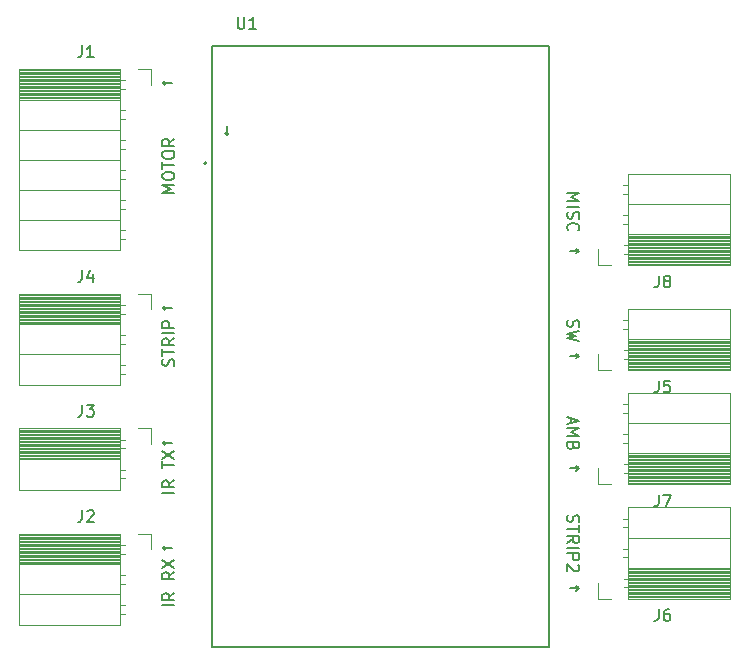
<source format=gbr>
%TF.GenerationSoftware,KiCad,Pcbnew,7.0.5-0*%
%TF.CreationDate,2023-07-19T18:28:51-07:00*%
%TF.ProjectId,tasty-totem-board,74617374-792d-4746-9f74-656d2d626f61,0.1*%
%TF.SameCoordinates,Original*%
%TF.FileFunction,Legend,Top*%
%TF.FilePolarity,Positive*%
%FSLAX46Y46*%
G04 Gerber Fmt 4.6, Leading zero omitted, Abs format (unit mm)*
G04 Created by KiCad (PCBNEW 7.0.5-0) date 2023-07-19 18:28:51*
%MOMM*%
%LPD*%
G01*
G04 APERTURE LIST*
%ADD10C,0.150000*%
%ADD11C,0.120000*%
%ADD12C,0.127000*%
%ADD13C,0.200000*%
G04 APERTURE END LIST*
D10*
X151641133Y-65741779D02*
X151641133Y-66503684D01*
X151450657Y-66313207D02*
X151641133Y-66503684D01*
X151641133Y-66503684D02*
X151831609Y-66313207D01*
X180676779Y-104898866D02*
X181438684Y-104898866D01*
X181248207Y-105089342D02*
X181438684Y-104898866D01*
X181438684Y-104898866D02*
X181248207Y-104708390D01*
X180676779Y-94738866D02*
X181438684Y-94738866D01*
X181248207Y-94929342D02*
X181438684Y-94738866D01*
X181438684Y-94738866D02*
X181248207Y-94548390D01*
X180676779Y-85213866D02*
X181438684Y-85213866D01*
X181248207Y-85404342D02*
X181438684Y-85213866D01*
X181438684Y-85213866D02*
X181248207Y-85023390D01*
X180676779Y-76323866D02*
X181438684Y-76323866D01*
X181248207Y-76514342D02*
X181438684Y-76323866D01*
X181438684Y-76323866D02*
X181248207Y-76133390D01*
X180517800Y-98714160D02*
X180470180Y-98857017D01*
X180470180Y-98857017D02*
X180470180Y-99095112D01*
X180470180Y-99095112D02*
X180517800Y-99190350D01*
X180517800Y-99190350D02*
X180565419Y-99237969D01*
X180565419Y-99237969D02*
X180660657Y-99285588D01*
X180660657Y-99285588D02*
X180755895Y-99285588D01*
X180755895Y-99285588D02*
X180851133Y-99237969D01*
X180851133Y-99237969D02*
X180898752Y-99190350D01*
X180898752Y-99190350D02*
X180946371Y-99095112D01*
X180946371Y-99095112D02*
X180993990Y-98904636D01*
X180993990Y-98904636D02*
X181041609Y-98809398D01*
X181041609Y-98809398D02*
X181089228Y-98761779D01*
X181089228Y-98761779D02*
X181184466Y-98714160D01*
X181184466Y-98714160D02*
X181279704Y-98714160D01*
X181279704Y-98714160D02*
X181374942Y-98761779D01*
X181374942Y-98761779D02*
X181422561Y-98809398D01*
X181422561Y-98809398D02*
X181470180Y-98904636D01*
X181470180Y-98904636D02*
X181470180Y-99142731D01*
X181470180Y-99142731D02*
X181422561Y-99285588D01*
X181470180Y-99571303D02*
X181470180Y-100142731D01*
X180470180Y-99857017D02*
X181470180Y-99857017D01*
X180470180Y-101047493D02*
X180946371Y-100714160D01*
X180470180Y-100476065D02*
X181470180Y-100476065D01*
X181470180Y-100476065D02*
X181470180Y-100857017D01*
X181470180Y-100857017D02*
X181422561Y-100952255D01*
X181422561Y-100952255D02*
X181374942Y-100999874D01*
X181374942Y-100999874D02*
X181279704Y-101047493D01*
X181279704Y-101047493D02*
X181136847Y-101047493D01*
X181136847Y-101047493D02*
X181041609Y-100999874D01*
X181041609Y-100999874D02*
X180993990Y-100952255D01*
X180993990Y-100952255D02*
X180946371Y-100857017D01*
X180946371Y-100857017D02*
X180946371Y-100476065D01*
X180470180Y-101476065D02*
X181470180Y-101476065D01*
X180470180Y-101952255D02*
X181470180Y-101952255D01*
X181470180Y-101952255D02*
X181470180Y-102333207D01*
X181470180Y-102333207D02*
X181422561Y-102428445D01*
X181422561Y-102428445D02*
X181374942Y-102476064D01*
X181374942Y-102476064D02*
X181279704Y-102523683D01*
X181279704Y-102523683D02*
X181136847Y-102523683D01*
X181136847Y-102523683D02*
X181041609Y-102476064D01*
X181041609Y-102476064D02*
X180993990Y-102428445D01*
X180993990Y-102428445D02*
X180946371Y-102333207D01*
X180946371Y-102333207D02*
X180946371Y-101952255D01*
X181374942Y-102904636D02*
X181422561Y-102952255D01*
X181422561Y-102952255D02*
X181470180Y-103047493D01*
X181470180Y-103047493D02*
X181470180Y-103285588D01*
X181470180Y-103285588D02*
X181422561Y-103380826D01*
X181422561Y-103380826D02*
X181374942Y-103428445D01*
X181374942Y-103428445D02*
X181279704Y-103476064D01*
X181279704Y-103476064D02*
X181184466Y-103476064D01*
X181184466Y-103476064D02*
X181041609Y-103428445D01*
X181041609Y-103428445D02*
X180470180Y-102857017D01*
X180470180Y-102857017D02*
X180470180Y-103476064D01*
X180755895Y-90459160D02*
X180755895Y-90935350D01*
X180470180Y-90363922D02*
X181470180Y-90697255D01*
X181470180Y-90697255D02*
X180470180Y-91030588D01*
X180470180Y-91363922D02*
X181470180Y-91363922D01*
X181470180Y-91363922D02*
X180755895Y-91697255D01*
X180755895Y-91697255D02*
X181470180Y-92030588D01*
X181470180Y-92030588D02*
X180470180Y-92030588D01*
X180993990Y-92840112D02*
X180946371Y-92982969D01*
X180946371Y-92982969D02*
X180898752Y-93030588D01*
X180898752Y-93030588D02*
X180803514Y-93078207D01*
X180803514Y-93078207D02*
X180660657Y-93078207D01*
X180660657Y-93078207D02*
X180565419Y-93030588D01*
X180565419Y-93030588D02*
X180517800Y-92982969D01*
X180517800Y-92982969D02*
X180470180Y-92887731D01*
X180470180Y-92887731D02*
X180470180Y-92506779D01*
X180470180Y-92506779D02*
X181470180Y-92506779D01*
X181470180Y-92506779D02*
X181470180Y-92840112D01*
X181470180Y-92840112D02*
X181422561Y-92935350D01*
X181422561Y-92935350D02*
X181374942Y-92982969D01*
X181374942Y-92982969D02*
X181279704Y-93030588D01*
X181279704Y-93030588D02*
X181184466Y-93030588D01*
X181184466Y-93030588D02*
X181089228Y-92982969D01*
X181089228Y-92982969D02*
X181041609Y-92935350D01*
X181041609Y-92935350D02*
X180993990Y-92840112D01*
X180993990Y-92840112D02*
X180993990Y-92506779D01*
X180517800Y-82204160D02*
X180470180Y-82347017D01*
X180470180Y-82347017D02*
X180470180Y-82585112D01*
X180470180Y-82585112D02*
X180517800Y-82680350D01*
X180517800Y-82680350D02*
X180565419Y-82727969D01*
X180565419Y-82727969D02*
X180660657Y-82775588D01*
X180660657Y-82775588D02*
X180755895Y-82775588D01*
X180755895Y-82775588D02*
X180851133Y-82727969D01*
X180851133Y-82727969D02*
X180898752Y-82680350D01*
X180898752Y-82680350D02*
X180946371Y-82585112D01*
X180946371Y-82585112D02*
X180993990Y-82394636D01*
X180993990Y-82394636D02*
X181041609Y-82299398D01*
X181041609Y-82299398D02*
X181089228Y-82251779D01*
X181089228Y-82251779D02*
X181184466Y-82204160D01*
X181184466Y-82204160D02*
X181279704Y-82204160D01*
X181279704Y-82204160D02*
X181374942Y-82251779D01*
X181374942Y-82251779D02*
X181422561Y-82299398D01*
X181422561Y-82299398D02*
X181470180Y-82394636D01*
X181470180Y-82394636D02*
X181470180Y-82632731D01*
X181470180Y-82632731D02*
X181422561Y-82775588D01*
X181470180Y-83108922D02*
X180470180Y-83347017D01*
X180470180Y-83347017D02*
X181184466Y-83537493D01*
X181184466Y-83537493D02*
X180470180Y-83727969D01*
X180470180Y-83727969D02*
X181470180Y-83966065D01*
X180470180Y-71456779D02*
X181470180Y-71456779D01*
X181470180Y-71456779D02*
X180755895Y-71790112D01*
X180755895Y-71790112D02*
X181470180Y-72123445D01*
X181470180Y-72123445D02*
X180470180Y-72123445D01*
X180470180Y-72599636D02*
X181470180Y-72599636D01*
X180517800Y-73028207D02*
X180470180Y-73171064D01*
X180470180Y-73171064D02*
X180470180Y-73409159D01*
X180470180Y-73409159D02*
X180517800Y-73504397D01*
X180517800Y-73504397D02*
X180565419Y-73552016D01*
X180565419Y-73552016D02*
X180660657Y-73599635D01*
X180660657Y-73599635D02*
X180755895Y-73599635D01*
X180755895Y-73599635D02*
X180851133Y-73552016D01*
X180851133Y-73552016D02*
X180898752Y-73504397D01*
X180898752Y-73504397D02*
X180946371Y-73409159D01*
X180946371Y-73409159D02*
X180993990Y-73218683D01*
X180993990Y-73218683D02*
X181041609Y-73123445D01*
X181041609Y-73123445D02*
X181089228Y-73075826D01*
X181089228Y-73075826D02*
X181184466Y-73028207D01*
X181184466Y-73028207D02*
X181279704Y-73028207D01*
X181279704Y-73028207D02*
X181374942Y-73075826D01*
X181374942Y-73075826D02*
X181422561Y-73123445D01*
X181422561Y-73123445D02*
X181470180Y-73218683D01*
X181470180Y-73218683D02*
X181470180Y-73456778D01*
X181470180Y-73456778D02*
X181422561Y-73599635D01*
X180565419Y-74599635D02*
X180517800Y-74552016D01*
X180517800Y-74552016D02*
X180470180Y-74409159D01*
X180470180Y-74409159D02*
X180470180Y-74313921D01*
X180470180Y-74313921D02*
X180517800Y-74171064D01*
X180517800Y-74171064D02*
X180613038Y-74075826D01*
X180613038Y-74075826D02*
X180708276Y-74028207D01*
X180708276Y-74028207D02*
X180898752Y-73980588D01*
X180898752Y-73980588D02*
X181041609Y-73980588D01*
X181041609Y-73980588D02*
X181232085Y-74028207D01*
X181232085Y-74028207D02*
X181327323Y-74075826D01*
X181327323Y-74075826D02*
X181422561Y-74171064D01*
X181422561Y-74171064D02*
X181470180Y-74313921D01*
X181470180Y-74313921D02*
X181470180Y-74409159D01*
X181470180Y-74409159D02*
X181422561Y-74552016D01*
X181422561Y-74552016D02*
X181374942Y-74599635D01*
X146983220Y-101476133D02*
X146221316Y-101476133D01*
X146411792Y-101285657D02*
X146221316Y-101476133D01*
X146221316Y-101476133D02*
X146411792Y-101666609D01*
X146983220Y-92586133D02*
X146221316Y-92586133D01*
X146411792Y-92395657D02*
X146221316Y-92586133D01*
X146221316Y-92586133D02*
X146411792Y-92776609D01*
X146983220Y-81156133D02*
X146221316Y-81156133D01*
X146411792Y-80965657D02*
X146221316Y-81156133D01*
X146221316Y-81156133D02*
X146411792Y-81346609D01*
X146983220Y-62106133D02*
X146221316Y-62106133D01*
X146411792Y-61915657D02*
X146221316Y-62106133D01*
X146221316Y-62106133D02*
X146411792Y-62296609D01*
X147189819Y-106343220D02*
X146189819Y-106343220D01*
X147189819Y-105295602D02*
X146713628Y-105628935D01*
X147189819Y-105867030D02*
X146189819Y-105867030D01*
X146189819Y-105867030D02*
X146189819Y-105486078D01*
X146189819Y-105486078D02*
X146237438Y-105390840D01*
X146237438Y-105390840D02*
X146285057Y-105343221D01*
X146285057Y-105343221D02*
X146380295Y-105295602D01*
X146380295Y-105295602D02*
X146523152Y-105295602D01*
X146523152Y-105295602D02*
X146618390Y-105343221D01*
X146618390Y-105343221D02*
X146666009Y-105390840D01*
X146666009Y-105390840D02*
X146713628Y-105486078D01*
X146713628Y-105486078D02*
X146713628Y-105867030D01*
X147189819Y-103533697D02*
X146713628Y-103867030D01*
X147189819Y-104105125D02*
X146189819Y-104105125D01*
X146189819Y-104105125D02*
X146189819Y-103724173D01*
X146189819Y-103724173D02*
X146237438Y-103628935D01*
X146237438Y-103628935D02*
X146285057Y-103581316D01*
X146285057Y-103581316D02*
X146380295Y-103533697D01*
X146380295Y-103533697D02*
X146523152Y-103533697D01*
X146523152Y-103533697D02*
X146618390Y-103581316D01*
X146618390Y-103581316D02*
X146666009Y-103628935D01*
X146666009Y-103628935D02*
X146713628Y-103724173D01*
X146713628Y-103724173D02*
X146713628Y-104105125D01*
X146189819Y-103200363D02*
X147189819Y-102533697D01*
X146189819Y-102533697D02*
X147189819Y-103200363D01*
X147189819Y-96818220D02*
X146189819Y-96818220D01*
X147189819Y-95770602D02*
X146713628Y-96103935D01*
X147189819Y-96342030D02*
X146189819Y-96342030D01*
X146189819Y-96342030D02*
X146189819Y-95961078D01*
X146189819Y-95961078D02*
X146237438Y-95865840D01*
X146237438Y-95865840D02*
X146285057Y-95818221D01*
X146285057Y-95818221D02*
X146380295Y-95770602D01*
X146380295Y-95770602D02*
X146523152Y-95770602D01*
X146523152Y-95770602D02*
X146618390Y-95818221D01*
X146618390Y-95818221D02*
X146666009Y-95865840D01*
X146666009Y-95865840D02*
X146713628Y-95961078D01*
X146713628Y-95961078D02*
X146713628Y-96342030D01*
X146189819Y-94722982D02*
X146189819Y-94151554D01*
X147189819Y-94437268D02*
X146189819Y-94437268D01*
X146189819Y-93913458D02*
X147189819Y-93246792D01*
X146189819Y-93246792D02*
X147189819Y-93913458D01*
X147142200Y-86070839D02*
X147189819Y-85927982D01*
X147189819Y-85927982D02*
X147189819Y-85689887D01*
X147189819Y-85689887D02*
X147142200Y-85594649D01*
X147142200Y-85594649D02*
X147094580Y-85547030D01*
X147094580Y-85547030D02*
X146999342Y-85499411D01*
X146999342Y-85499411D02*
X146904104Y-85499411D01*
X146904104Y-85499411D02*
X146808866Y-85547030D01*
X146808866Y-85547030D02*
X146761247Y-85594649D01*
X146761247Y-85594649D02*
X146713628Y-85689887D01*
X146713628Y-85689887D02*
X146666009Y-85880363D01*
X146666009Y-85880363D02*
X146618390Y-85975601D01*
X146618390Y-85975601D02*
X146570771Y-86023220D01*
X146570771Y-86023220D02*
X146475533Y-86070839D01*
X146475533Y-86070839D02*
X146380295Y-86070839D01*
X146380295Y-86070839D02*
X146285057Y-86023220D01*
X146285057Y-86023220D02*
X146237438Y-85975601D01*
X146237438Y-85975601D02*
X146189819Y-85880363D01*
X146189819Y-85880363D02*
X146189819Y-85642268D01*
X146189819Y-85642268D02*
X146237438Y-85499411D01*
X146189819Y-85213696D02*
X146189819Y-84642268D01*
X147189819Y-84927982D02*
X146189819Y-84927982D01*
X147189819Y-83737506D02*
X146713628Y-84070839D01*
X147189819Y-84308934D02*
X146189819Y-84308934D01*
X146189819Y-84308934D02*
X146189819Y-83927982D01*
X146189819Y-83927982D02*
X146237438Y-83832744D01*
X146237438Y-83832744D02*
X146285057Y-83785125D01*
X146285057Y-83785125D02*
X146380295Y-83737506D01*
X146380295Y-83737506D02*
X146523152Y-83737506D01*
X146523152Y-83737506D02*
X146618390Y-83785125D01*
X146618390Y-83785125D02*
X146666009Y-83832744D01*
X146666009Y-83832744D02*
X146713628Y-83927982D01*
X146713628Y-83927982D02*
X146713628Y-84308934D01*
X147189819Y-83308934D02*
X146189819Y-83308934D01*
X147189819Y-82832744D02*
X146189819Y-82832744D01*
X146189819Y-82832744D02*
X146189819Y-82451792D01*
X146189819Y-82451792D02*
X146237438Y-82356554D01*
X146237438Y-82356554D02*
X146285057Y-82308935D01*
X146285057Y-82308935D02*
X146380295Y-82261316D01*
X146380295Y-82261316D02*
X146523152Y-82261316D01*
X146523152Y-82261316D02*
X146618390Y-82308935D01*
X146618390Y-82308935D02*
X146666009Y-82356554D01*
X146666009Y-82356554D02*
X146713628Y-82451792D01*
X146713628Y-82451792D02*
X146713628Y-82832744D01*
X147189819Y-71418220D02*
X146189819Y-71418220D01*
X146189819Y-71418220D02*
X146904104Y-71084887D01*
X146904104Y-71084887D02*
X146189819Y-70751554D01*
X146189819Y-70751554D02*
X147189819Y-70751554D01*
X146189819Y-70084887D02*
X146189819Y-69894411D01*
X146189819Y-69894411D02*
X146237438Y-69799173D01*
X146237438Y-69799173D02*
X146332676Y-69703935D01*
X146332676Y-69703935D02*
X146523152Y-69656316D01*
X146523152Y-69656316D02*
X146856485Y-69656316D01*
X146856485Y-69656316D02*
X147046961Y-69703935D01*
X147046961Y-69703935D02*
X147142200Y-69799173D01*
X147142200Y-69799173D02*
X147189819Y-69894411D01*
X147189819Y-69894411D02*
X147189819Y-70084887D01*
X147189819Y-70084887D02*
X147142200Y-70180125D01*
X147142200Y-70180125D02*
X147046961Y-70275363D01*
X147046961Y-70275363D02*
X146856485Y-70322982D01*
X146856485Y-70322982D02*
X146523152Y-70322982D01*
X146523152Y-70322982D02*
X146332676Y-70275363D01*
X146332676Y-70275363D02*
X146237438Y-70180125D01*
X146237438Y-70180125D02*
X146189819Y-70084887D01*
X146189819Y-69370601D02*
X146189819Y-68799173D01*
X147189819Y-69084887D02*
X146189819Y-69084887D01*
X146189819Y-68275363D02*
X146189819Y-68084887D01*
X146189819Y-68084887D02*
X146237438Y-67989649D01*
X146237438Y-67989649D02*
X146332676Y-67894411D01*
X146332676Y-67894411D02*
X146523152Y-67846792D01*
X146523152Y-67846792D02*
X146856485Y-67846792D01*
X146856485Y-67846792D02*
X147046961Y-67894411D01*
X147046961Y-67894411D02*
X147142200Y-67989649D01*
X147142200Y-67989649D02*
X147189819Y-68084887D01*
X147189819Y-68084887D02*
X147189819Y-68275363D01*
X147189819Y-68275363D02*
X147142200Y-68370601D01*
X147142200Y-68370601D02*
X147046961Y-68465839D01*
X147046961Y-68465839D02*
X146856485Y-68513458D01*
X146856485Y-68513458D02*
X146523152Y-68513458D01*
X146523152Y-68513458D02*
X146332676Y-68465839D01*
X146332676Y-68465839D02*
X146237438Y-68370601D01*
X146237438Y-68370601D02*
X146189819Y-68275363D01*
X147189819Y-66846792D02*
X146713628Y-67180125D01*
X147189819Y-67418220D02*
X146189819Y-67418220D01*
X146189819Y-67418220D02*
X146189819Y-67037268D01*
X146189819Y-67037268D02*
X146237438Y-66942030D01*
X146237438Y-66942030D02*
X146285057Y-66894411D01*
X146285057Y-66894411D02*
X146380295Y-66846792D01*
X146380295Y-66846792D02*
X146523152Y-66846792D01*
X146523152Y-66846792D02*
X146618390Y-66894411D01*
X146618390Y-66894411D02*
X146666009Y-66942030D01*
X146666009Y-66942030D02*
X146713628Y-67037268D01*
X146713628Y-67037268D02*
X146713628Y-67418220D01*
%TO.C,J8*%
X188196666Y-78424819D02*
X188196666Y-79139104D01*
X188196666Y-79139104D02*
X188149047Y-79281961D01*
X188149047Y-79281961D02*
X188053809Y-79377200D01*
X188053809Y-79377200D02*
X187910952Y-79424819D01*
X187910952Y-79424819D02*
X187815714Y-79424819D01*
X188815714Y-78853390D02*
X188720476Y-78805771D01*
X188720476Y-78805771D02*
X188672857Y-78758152D01*
X188672857Y-78758152D02*
X188625238Y-78662914D01*
X188625238Y-78662914D02*
X188625238Y-78615295D01*
X188625238Y-78615295D02*
X188672857Y-78520057D01*
X188672857Y-78520057D02*
X188720476Y-78472438D01*
X188720476Y-78472438D02*
X188815714Y-78424819D01*
X188815714Y-78424819D02*
X189006190Y-78424819D01*
X189006190Y-78424819D02*
X189101428Y-78472438D01*
X189101428Y-78472438D02*
X189149047Y-78520057D01*
X189149047Y-78520057D02*
X189196666Y-78615295D01*
X189196666Y-78615295D02*
X189196666Y-78662914D01*
X189196666Y-78662914D02*
X189149047Y-78758152D01*
X189149047Y-78758152D02*
X189101428Y-78805771D01*
X189101428Y-78805771D02*
X189006190Y-78853390D01*
X189006190Y-78853390D02*
X188815714Y-78853390D01*
X188815714Y-78853390D02*
X188720476Y-78901009D01*
X188720476Y-78901009D02*
X188672857Y-78948628D01*
X188672857Y-78948628D02*
X188625238Y-79043866D01*
X188625238Y-79043866D02*
X188625238Y-79234342D01*
X188625238Y-79234342D02*
X188672857Y-79329580D01*
X188672857Y-79329580D02*
X188720476Y-79377200D01*
X188720476Y-79377200D02*
X188815714Y-79424819D01*
X188815714Y-79424819D02*
X189006190Y-79424819D01*
X189006190Y-79424819D02*
X189101428Y-79377200D01*
X189101428Y-79377200D02*
X189149047Y-79329580D01*
X189149047Y-79329580D02*
X189196666Y-79234342D01*
X189196666Y-79234342D02*
X189196666Y-79043866D01*
X189196666Y-79043866D02*
X189149047Y-78948628D01*
X189149047Y-78948628D02*
X189101428Y-78901009D01*
X189101428Y-78901009D02*
X189006190Y-78853390D01*
%TO.C,J7*%
X188196666Y-96964819D02*
X188196666Y-97679104D01*
X188196666Y-97679104D02*
X188149047Y-97821961D01*
X188149047Y-97821961D02*
X188053809Y-97917200D01*
X188053809Y-97917200D02*
X187910952Y-97964819D01*
X187910952Y-97964819D02*
X187815714Y-97964819D01*
X188577619Y-96964819D02*
X189244285Y-96964819D01*
X189244285Y-96964819D02*
X188815714Y-97964819D01*
%TO.C,J6*%
X188196666Y-106664819D02*
X188196666Y-107379104D01*
X188196666Y-107379104D02*
X188149047Y-107521961D01*
X188149047Y-107521961D02*
X188053809Y-107617200D01*
X188053809Y-107617200D02*
X187910952Y-107664819D01*
X187910952Y-107664819D02*
X187815714Y-107664819D01*
X189101428Y-106664819D02*
X188910952Y-106664819D01*
X188910952Y-106664819D02*
X188815714Y-106712438D01*
X188815714Y-106712438D02*
X188768095Y-106760057D01*
X188768095Y-106760057D02*
X188672857Y-106902914D01*
X188672857Y-106902914D02*
X188625238Y-107093390D01*
X188625238Y-107093390D02*
X188625238Y-107474342D01*
X188625238Y-107474342D02*
X188672857Y-107569580D01*
X188672857Y-107569580D02*
X188720476Y-107617200D01*
X188720476Y-107617200D02*
X188815714Y-107664819D01*
X188815714Y-107664819D02*
X189006190Y-107664819D01*
X189006190Y-107664819D02*
X189101428Y-107617200D01*
X189101428Y-107617200D02*
X189149047Y-107569580D01*
X189149047Y-107569580D02*
X189196666Y-107474342D01*
X189196666Y-107474342D02*
X189196666Y-107236247D01*
X189196666Y-107236247D02*
X189149047Y-107141009D01*
X189149047Y-107141009D02*
X189101428Y-107093390D01*
X189101428Y-107093390D02*
X189006190Y-107045771D01*
X189006190Y-107045771D02*
X188815714Y-107045771D01*
X188815714Y-107045771D02*
X188720476Y-107093390D01*
X188720476Y-107093390D02*
X188672857Y-107141009D01*
X188672857Y-107141009D02*
X188625238Y-107236247D01*
%TO.C,J5*%
X188196666Y-87314819D02*
X188196666Y-88029104D01*
X188196666Y-88029104D02*
X188149047Y-88171961D01*
X188149047Y-88171961D02*
X188053809Y-88267200D01*
X188053809Y-88267200D02*
X187910952Y-88314819D01*
X187910952Y-88314819D02*
X187815714Y-88314819D01*
X189149047Y-87314819D02*
X188672857Y-87314819D01*
X188672857Y-87314819D02*
X188625238Y-87791009D01*
X188625238Y-87791009D02*
X188672857Y-87743390D01*
X188672857Y-87743390D02*
X188768095Y-87695771D01*
X188768095Y-87695771D02*
X189006190Y-87695771D01*
X189006190Y-87695771D02*
X189101428Y-87743390D01*
X189101428Y-87743390D02*
X189149047Y-87791009D01*
X189149047Y-87791009D02*
X189196666Y-87886247D01*
X189196666Y-87886247D02*
X189196666Y-88124342D01*
X189196666Y-88124342D02*
X189149047Y-88219580D01*
X189149047Y-88219580D02*
X189101428Y-88267200D01*
X189101428Y-88267200D02*
X189006190Y-88314819D01*
X189006190Y-88314819D02*
X188768095Y-88314819D01*
X188768095Y-88314819D02*
X188672857Y-88267200D01*
X188672857Y-88267200D02*
X188625238Y-88219580D01*
%TO.C,J4*%
X139386666Y-77979819D02*
X139386666Y-78694104D01*
X139386666Y-78694104D02*
X139339047Y-78836961D01*
X139339047Y-78836961D02*
X139243809Y-78932200D01*
X139243809Y-78932200D02*
X139100952Y-78979819D01*
X139100952Y-78979819D02*
X139005714Y-78979819D01*
X140291428Y-78313152D02*
X140291428Y-78979819D01*
X140053333Y-77932200D02*
X139815238Y-78646485D01*
X139815238Y-78646485D02*
X140434285Y-78646485D01*
%TO.C,J3*%
X139386666Y-89364819D02*
X139386666Y-90079104D01*
X139386666Y-90079104D02*
X139339047Y-90221961D01*
X139339047Y-90221961D02*
X139243809Y-90317200D01*
X139243809Y-90317200D02*
X139100952Y-90364819D01*
X139100952Y-90364819D02*
X139005714Y-90364819D01*
X139767619Y-89364819D02*
X140386666Y-89364819D01*
X140386666Y-89364819D02*
X140053333Y-89745771D01*
X140053333Y-89745771D02*
X140196190Y-89745771D01*
X140196190Y-89745771D02*
X140291428Y-89793390D01*
X140291428Y-89793390D02*
X140339047Y-89841009D01*
X140339047Y-89841009D02*
X140386666Y-89936247D01*
X140386666Y-89936247D02*
X140386666Y-90174342D01*
X140386666Y-90174342D02*
X140339047Y-90269580D01*
X140339047Y-90269580D02*
X140291428Y-90317200D01*
X140291428Y-90317200D02*
X140196190Y-90364819D01*
X140196190Y-90364819D02*
X139910476Y-90364819D01*
X139910476Y-90364819D02*
X139815238Y-90317200D01*
X139815238Y-90317200D02*
X139767619Y-90269580D01*
%TO.C,J2*%
X139386666Y-98299819D02*
X139386666Y-99014104D01*
X139386666Y-99014104D02*
X139339047Y-99156961D01*
X139339047Y-99156961D02*
X139243809Y-99252200D01*
X139243809Y-99252200D02*
X139100952Y-99299819D01*
X139100952Y-99299819D02*
X139005714Y-99299819D01*
X139815238Y-98395057D02*
X139862857Y-98347438D01*
X139862857Y-98347438D02*
X139958095Y-98299819D01*
X139958095Y-98299819D02*
X140196190Y-98299819D01*
X140196190Y-98299819D02*
X140291428Y-98347438D01*
X140291428Y-98347438D02*
X140339047Y-98395057D01*
X140339047Y-98395057D02*
X140386666Y-98490295D01*
X140386666Y-98490295D02*
X140386666Y-98585533D01*
X140386666Y-98585533D02*
X140339047Y-98728390D01*
X140339047Y-98728390D02*
X139767619Y-99299819D01*
X139767619Y-99299819D02*
X140386666Y-99299819D01*
%TO.C,J1*%
X139386666Y-58939819D02*
X139386666Y-59654104D01*
X139386666Y-59654104D02*
X139339047Y-59796961D01*
X139339047Y-59796961D02*
X139243809Y-59892200D01*
X139243809Y-59892200D02*
X139100952Y-59939819D01*
X139100952Y-59939819D02*
X139005714Y-59939819D01*
X140386666Y-59939819D02*
X139815238Y-59939819D01*
X140100952Y-59939819D02*
X140100952Y-58939819D01*
X140100952Y-58939819D02*
X140005714Y-59082676D01*
X140005714Y-59082676D02*
X139910476Y-59177914D01*
X139910476Y-59177914D02*
X139815238Y-59225533D01*
%TO.C,U1*%
X152563095Y-56529819D02*
X152563095Y-57339342D01*
X152563095Y-57339342D02*
X152610714Y-57434580D01*
X152610714Y-57434580D02*
X152658333Y-57482200D01*
X152658333Y-57482200D02*
X152753571Y-57529819D01*
X152753571Y-57529819D02*
X152944047Y-57529819D01*
X152944047Y-57529819D02*
X153039285Y-57482200D01*
X153039285Y-57482200D02*
X153086904Y-57434580D01*
X153086904Y-57434580D02*
X153134523Y-57339342D01*
X153134523Y-57339342D02*
X153134523Y-56529819D01*
X154134523Y-57529819D02*
X153563095Y-57529819D01*
X153848809Y-57529819D02*
X153848809Y-56529819D01*
X153848809Y-56529819D02*
X153753571Y-56672676D01*
X153753571Y-56672676D02*
X153658333Y-56767914D01*
X153658333Y-56767914D02*
X153563095Y-56815533D01*
D11*
%TO.C,J8*%
X185610000Y-73300000D02*
X185200000Y-73300000D01*
X194240000Y-76937620D02*
X185610000Y-76937620D01*
X194240000Y-75520480D02*
X185610000Y-75520480D01*
X194240000Y-75284290D02*
X185610000Y-75284290D01*
X185610000Y-75840000D02*
X185260000Y-75840000D01*
X194240000Y-77530000D02*
X185610000Y-77530000D01*
X194240000Y-72390000D02*
X185610000Y-72390000D01*
X194240000Y-75402385D02*
X185610000Y-75402385D01*
X194240000Y-77173810D02*
X185610000Y-77173810D01*
X185610000Y-76560000D02*
X185260000Y-76560000D01*
X194240000Y-76465240D02*
X185610000Y-76465240D01*
X185610000Y-71480000D02*
X185200000Y-71480000D01*
X194240000Y-76583335D02*
X185610000Y-76583335D01*
X194240000Y-77410000D02*
X185610000Y-77410000D01*
X194240000Y-76110955D02*
X185610000Y-76110955D01*
X194240000Y-74930000D02*
X185610000Y-74930000D01*
X194240000Y-75048100D02*
X185610000Y-75048100D01*
X194240000Y-77291905D02*
X185610000Y-77291905D01*
X194240000Y-76819525D02*
X185610000Y-76819525D01*
X194240000Y-76347145D02*
X185610000Y-76347145D01*
X185610000Y-77530000D02*
X185610000Y-69790000D01*
X194240000Y-75992860D02*
X185610000Y-75992860D01*
X194240000Y-76229050D02*
X185610000Y-76229050D01*
X185610000Y-74020000D02*
X185200000Y-74020000D01*
X194240000Y-75638575D02*
X185610000Y-75638575D01*
X194240000Y-69790000D02*
X185610000Y-69790000D01*
X194240000Y-77055715D02*
X185610000Y-77055715D01*
X184150000Y-77530000D02*
X183040000Y-77530000D01*
X194240000Y-75756670D02*
X185610000Y-75756670D01*
X194240000Y-76701430D02*
X185610000Y-76701430D01*
X194240000Y-75166195D02*
X185610000Y-75166195D01*
X194240000Y-77530000D02*
X194240000Y-69790000D01*
X185610000Y-70760000D02*
X185200000Y-70760000D01*
X194240000Y-75874765D02*
X185610000Y-75874765D01*
X183040000Y-77530000D02*
X183040000Y-76200000D01*
%TO.C,J7*%
X185610000Y-91840000D02*
X185200000Y-91840000D01*
X194240000Y-95477620D02*
X185610000Y-95477620D01*
X194240000Y-94060480D02*
X185610000Y-94060480D01*
X194240000Y-93824290D02*
X185610000Y-93824290D01*
X185610000Y-94380000D02*
X185260000Y-94380000D01*
X194240000Y-96070000D02*
X185610000Y-96070000D01*
X194240000Y-90930000D02*
X185610000Y-90930000D01*
X194240000Y-93942385D02*
X185610000Y-93942385D01*
X194240000Y-95713810D02*
X185610000Y-95713810D01*
X185610000Y-95100000D02*
X185260000Y-95100000D01*
X194240000Y-95005240D02*
X185610000Y-95005240D01*
X185610000Y-90020000D02*
X185200000Y-90020000D01*
X194240000Y-95123335D02*
X185610000Y-95123335D01*
X194240000Y-95950000D02*
X185610000Y-95950000D01*
X194240000Y-94650955D02*
X185610000Y-94650955D01*
X194240000Y-93470000D02*
X185610000Y-93470000D01*
X194240000Y-93588100D02*
X185610000Y-93588100D01*
X194240000Y-95831905D02*
X185610000Y-95831905D01*
X194240000Y-95359525D02*
X185610000Y-95359525D01*
X194240000Y-94887145D02*
X185610000Y-94887145D01*
X185610000Y-96070000D02*
X185610000Y-88330000D01*
X194240000Y-94532860D02*
X185610000Y-94532860D01*
X194240000Y-94769050D02*
X185610000Y-94769050D01*
X185610000Y-92560000D02*
X185200000Y-92560000D01*
X194240000Y-94178575D02*
X185610000Y-94178575D01*
X194240000Y-88330000D02*
X185610000Y-88330000D01*
X194240000Y-95595715D02*
X185610000Y-95595715D01*
X184150000Y-96070000D02*
X183040000Y-96070000D01*
X194240000Y-94296670D02*
X185610000Y-94296670D01*
X194240000Y-95241430D02*
X185610000Y-95241430D01*
X194240000Y-93706195D02*
X185610000Y-93706195D01*
X194240000Y-96070000D02*
X194240000Y-88330000D01*
X185610000Y-89300000D02*
X185200000Y-89300000D01*
X194240000Y-94414765D02*
X185610000Y-94414765D01*
X183040000Y-96070000D02*
X183040000Y-94740000D01*
%TO.C,J6*%
X185610000Y-101540000D02*
X185200000Y-101540000D01*
X194240000Y-105177620D02*
X185610000Y-105177620D01*
X194240000Y-103760480D02*
X185610000Y-103760480D01*
X194240000Y-103524290D02*
X185610000Y-103524290D01*
X185610000Y-104080000D02*
X185260000Y-104080000D01*
X194240000Y-105770000D02*
X185610000Y-105770000D01*
X194240000Y-100630000D02*
X185610000Y-100630000D01*
X194240000Y-103642385D02*
X185610000Y-103642385D01*
X194240000Y-105413810D02*
X185610000Y-105413810D01*
X185610000Y-104800000D02*
X185260000Y-104800000D01*
X194240000Y-104705240D02*
X185610000Y-104705240D01*
X185610000Y-99720000D02*
X185200000Y-99720000D01*
X194240000Y-104823335D02*
X185610000Y-104823335D01*
X194240000Y-105650000D02*
X185610000Y-105650000D01*
X194240000Y-104350955D02*
X185610000Y-104350955D01*
X194240000Y-103170000D02*
X185610000Y-103170000D01*
X194240000Y-103288100D02*
X185610000Y-103288100D01*
X194240000Y-105531905D02*
X185610000Y-105531905D01*
X194240000Y-105059525D02*
X185610000Y-105059525D01*
X194240000Y-104587145D02*
X185610000Y-104587145D01*
X185610000Y-105770000D02*
X185610000Y-98030000D01*
X194240000Y-104232860D02*
X185610000Y-104232860D01*
X194240000Y-104469050D02*
X185610000Y-104469050D01*
X185610000Y-102260000D02*
X185200000Y-102260000D01*
X194240000Y-103878575D02*
X185610000Y-103878575D01*
X194240000Y-98030000D02*
X185610000Y-98030000D01*
X194240000Y-105295715D02*
X185610000Y-105295715D01*
X184150000Y-105770000D02*
X183040000Y-105770000D01*
X194240000Y-103996670D02*
X185610000Y-103996670D01*
X194240000Y-104941430D02*
X185610000Y-104941430D01*
X194240000Y-103406195D02*
X185610000Y-103406195D01*
X194240000Y-105770000D02*
X194240000Y-98030000D01*
X185610000Y-99000000D02*
X185200000Y-99000000D01*
X194240000Y-104114765D02*
X185610000Y-104114765D01*
X183040000Y-105770000D02*
X183040000Y-104440000D01*
%TO.C,J5*%
X194240000Y-86420000D02*
X185610000Y-86420000D01*
X194240000Y-83938100D02*
X185610000Y-83938100D01*
X194240000Y-86181905D02*
X185610000Y-86181905D01*
X185610000Y-86420000D02*
X185610000Y-81220000D01*
X185610000Y-82190000D02*
X185200000Y-82190000D01*
X194240000Y-85000955D02*
X185610000Y-85000955D01*
X194240000Y-84646670D02*
X185610000Y-84646670D01*
X194240000Y-84882860D02*
X185610000Y-84882860D01*
X194240000Y-85945715D02*
X185610000Y-85945715D01*
X194240000Y-81220000D02*
X185610000Y-81220000D01*
X194240000Y-85119050D02*
X185610000Y-85119050D01*
X194240000Y-84174290D02*
X185610000Y-84174290D01*
X194240000Y-86420000D02*
X194240000Y-81220000D01*
X194240000Y-85827620D02*
X185610000Y-85827620D01*
X194240000Y-84764765D02*
X185610000Y-84764765D01*
X184150000Y-86420000D02*
X183040000Y-86420000D01*
X194240000Y-85473335D02*
X185610000Y-85473335D01*
X194240000Y-83820000D02*
X185610000Y-83820000D01*
X185610000Y-82910000D02*
X185200000Y-82910000D01*
X194240000Y-84528575D02*
X185610000Y-84528575D01*
X183040000Y-86420000D02*
X183040000Y-85090000D01*
X194240000Y-84410480D02*
X185610000Y-84410480D01*
X194240000Y-84292385D02*
X185610000Y-84292385D01*
X194240000Y-85709525D02*
X185610000Y-85709525D01*
X194240000Y-85355240D02*
X185610000Y-85355240D01*
X194240000Y-85237145D02*
X185610000Y-85237145D01*
X185610000Y-84730000D02*
X185260000Y-84730000D01*
X185610000Y-85450000D02*
X185260000Y-85450000D01*
X194240000Y-85591430D02*
X185610000Y-85591430D01*
X194240000Y-86063810D02*
X185610000Y-86063810D01*
X194240000Y-84056195D02*
X185610000Y-84056195D01*
X194240000Y-86300000D02*
X185610000Y-86300000D01*
%TO.C,J4*%
X142640000Y-84195000D02*
X143050000Y-84195000D01*
X134010000Y-80557380D02*
X142640000Y-80557380D01*
X134010000Y-81974520D02*
X142640000Y-81974520D01*
X134010000Y-82210710D02*
X142640000Y-82210710D01*
X142640000Y-81655000D02*
X142990000Y-81655000D01*
X134010000Y-79965000D02*
X142640000Y-79965000D01*
X134010000Y-85105000D02*
X142640000Y-85105000D01*
X134010000Y-82092615D02*
X142640000Y-82092615D01*
X134010000Y-80321190D02*
X142640000Y-80321190D01*
X142640000Y-80935000D02*
X142990000Y-80935000D01*
X134010000Y-81029760D02*
X142640000Y-81029760D01*
X142640000Y-86015000D02*
X143050000Y-86015000D01*
X134010000Y-80911665D02*
X142640000Y-80911665D01*
X134010000Y-80085000D02*
X142640000Y-80085000D01*
X134010000Y-81384045D02*
X142640000Y-81384045D01*
X134010000Y-82565000D02*
X142640000Y-82565000D01*
X134010000Y-82446900D02*
X142640000Y-82446900D01*
X134010000Y-80203095D02*
X142640000Y-80203095D01*
X134010000Y-80675475D02*
X142640000Y-80675475D01*
X134010000Y-81147855D02*
X142640000Y-81147855D01*
X142640000Y-79965000D02*
X142640000Y-87705000D01*
X134010000Y-81502140D02*
X142640000Y-81502140D01*
X134010000Y-81265950D02*
X142640000Y-81265950D01*
X142640000Y-83475000D02*
X143050000Y-83475000D01*
X134010000Y-81856425D02*
X142640000Y-81856425D01*
X134010000Y-87705000D02*
X142640000Y-87705000D01*
X134010000Y-80439285D02*
X142640000Y-80439285D01*
X144100000Y-79965000D02*
X145210000Y-79965000D01*
X134010000Y-81738330D02*
X142640000Y-81738330D01*
X134010000Y-80793570D02*
X142640000Y-80793570D01*
X134010000Y-82328805D02*
X142640000Y-82328805D01*
X134010000Y-79965000D02*
X134010000Y-87705000D01*
X142640000Y-86735000D02*
X143050000Y-86735000D01*
X134010000Y-81620235D02*
X142640000Y-81620235D01*
X145210000Y-79965000D02*
X145210000Y-81295000D01*
%TO.C,J3*%
X134010000Y-91470000D02*
X142640000Y-91470000D01*
X134010000Y-93713805D02*
X142640000Y-93713805D01*
X134010000Y-91706190D02*
X142640000Y-91706190D01*
X134010000Y-92178570D02*
X142640000Y-92178570D01*
X142640000Y-92320000D02*
X142990000Y-92320000D01*
X142640000Y-93040000D02*
X142990000Y-93040000D01*
X134010000Y-92532855D02*
X142640000Y-92532855D01*
X134010000Y-92414760D02*
X142640000Y-92414760D01*
X134010000Y-92060475D02*
X142640000Y-92060475D01*
X134010000Y-93477615D02*
X142640000Y-93477615D01*
X134010000Y-93359520D02*
X142640000Y-93359520D01*
X145210000Y-91350000D02*
X145210000Y-92680000D01*
X134010000Y-93241425D02*
X142640000Y-93241425D01*
X142640000Y-94860000D02*
X143050000Y-94860000D01*
X134010000Y-93950000D02*
X142640000Y-93950000D01*
X134010000Y-92296665D02*
X142640000Y-92296665D01*
X144100000Y-91350000D02*
X145210000Y-91350000D01*
X134010000Y-93005235D02*
X142640000Y-93005235D01*
X134010000Y-91942380D02*
X142640000Y-91942380D01*
X134010000Y-91350000D02*
X134010000Y-96550000D01*
X134010000Y-93595710D02*
X142640000Y-93595710D01*
X134010000Y-92650950D02*
X142640000Y-92650950D01*
X134010000Y-96550000D02*
X142640000Y-96550000D01*
X134010000Y-91824285D02*
X142640000Y-91824285D01*
X134010000Y-92887140D02*
X142640000Y-92887140D01*
X134010000Y-93123330D02*
X142640000Y-93123330D01*
X134010000Y-92769045D02*
X142640000Y-92769045D01*
X142640000Y-95580000D02*
X143050000Y-95580000D01*
X142640000Y-91350000D02*
X142640000Y-96550000D01*
X134010000Y-91588095D02*
X142640000Y-91588095D01*
X134010000Y-93831900D02*
X142640000Y-93831900D01*
X134010000Y-91350000D02*
X142640000Y-91350000D01*
%TO.C,J2*%
X142640000Y-104515000D02*
X143050000Y-104515000D01*
X134010000Y-100877380D02*
X142640000Y-100877380D01*
X134010000Y-102294520D02*
X142640000Y-102294520D01*
X134010000Y-102530710D02*
X142640000Y-102530710D01*
X142640000Y-101975000D02*
X142990000Y-101975000D01*
X134010000Y-100285000D02*
X142640000Y-100285000D01*
X134010000Y-105425000D02*
X142640000Y-105425000D01*
X134010000Y-102412615D02*
X142640000Y-102412615D01*
X134010000Y-100641190D02*
X142640000Y-100641190D01*
X142640000Y-101255000D02*
X142990000Y-101255000D01*
X134010000Y-101349760D02*
X142640000Y-101349760D01*
X142640000Y-106335000D02*
X143050000Y-106335000D01*
X134010000Y-101231665D02*
X142640000Y-101231665D01*
X134010000Y-100405000D02*
X142640000Y-100405000D01*
X134010000Y-101704045D02*
X142640000Y-101704045D01*
X134010000Y-102885000D02*
X142640000Y-102885000D01*
X134010000Y-102766900D02*
X142640000Y-102766900D01*
X134010000Y-100523095D02*
X142640000Y-100523095D01*
X134010000Y-100995475D02*
X142640000Y-100995475D01*
X134010000Y-101467855D02*
X142640000Y-101467855D01*
X142640000Y-100285000D02*
X142640000Y-108025000D01*
X134010000Y-101822140D02*
X142640000Y-101822140D01*
X134010000Y-101585950D02*
X142640000Y-101585950D01*
X142640000Y-103795000D02*
X143050000Y-103795000D01*
X134010000Y-102176425D02*
X142640000Y-102176425D01*
X134010000Y-108025000D02*
X142640000Y-108025000D01*
X134010000Y-100759285D02*
X142640000Y-100759285D01*
X144100000Y-100285000D02*
X145210000Y-100285000D01*
X134010000Y-102058330D02*
X142640000Y-102058330D01*
X134010000Y-101113570D02*
X142640000Y-101113570D01*
X134010000Y-102648805D02*
X142640000Y-102648805D01*
X134010000Y-100285000D02*
X134010000Y-108025000D01*
X142640000Y-107055000D02*
X143050000Y-107055000D01*
X134010000Y-101940235D02*
X142640000Y-101940235D01*
X145210000Y-100285000D02*
X145210000Y-101615000D01*
%TO.C,J1*%
X134010000Y-62934520D02*
X142640000Y-62934520D01*
X134010000Y-62580235D02*
X142640000Y-62580235D01*
X134010000Y-61635475D02*
X142640000Y-61635475D01*
X142640000Y-60925000D02*
X142640000Y-76285000D01*
X134010000Y-61989760D02*
X142640000Y-61989760D01*
X134010000Y-71145000D02*
X142640000Y-71145000D01*
X142640000Y-67695000D02*
X143050000Y-67695000D01*
X134010000Y-76285000D02*
X142640000Y-76285000D01*
X134010000Y-60925000D02*
X142640000Y-60925000D01*
X145210000Y-60925000D02*
X145210000Y-62255000D01*
X134010000Y-61517380D02*
X142640000Y-61517380D01*
X134010000Y-68605000D02*
X142640000Y-68605000D01*
X134010000Y-63525000D02*
X142640000Y-63525000D01*
X142640000Y-69515000D02*
X143050000Y-69515000D01*
X134010000Y-62698330D02*
X142640000Y-62698330D01*
X134010000Y-62107855D02*
X142640000Y-62107855D01*
X142640000Y-64435000D02*
X143050000Y-64435000D01*
X134010000Y-62344045D02*
X142640000Y-62344045D01*
X142640000Y-66975000D02*
X143050000Y-66975000D01*
X134010000Y-62816425D02*
X142640000Y-62816425D01*
X134010000Y-61281190D02*
X142640000Y-61281190D01*
X134010000Y-62225950D02*
X142640000Y-62225950D01*
X142640000Y-74595000D02*
X143050000Y-74595000D01*
X134010000Y-62462140D02*
X142640000Y-62462140D01*
X142640000Y-61895000D02*
X142990000Y-61895000D01*
X142640000Y-72055000D02*
X143050000Y-72055000D01*
X134010000Y-63052615D02*
X142640000Y-63052615D01*
X134010000Y-63406900D02*
X142640000Y-63406900D01*
X134010000Y-60925000D02*
X134010000Y-76285000D01*
X134010000Y-61045000D02*
X142640000Y-61045000D01*
X142640000Y-65155000D02*
X143050000Y-65155000D01*
X134010000Y-73685000D02*
X142640000Y-73685000D01*
X134010000Y-61163095D02*
X142640000Y-61163095D01*
X142640000Y-75315000D02*
X143050000Y-75315000D01*
X134010000Y-63288805D02*
X142640000Y-63288805D01*
X134010000Y-61399285D02*
X142640000Y-61399285D01*
X134010000Y-63170710D02*
X142640000Y-63170710D01*
X134010000Y-61753570D02*
X142640000Y-61753570D01*
X134010000Y-61871665D02*
X142640000Y-61871665D01*
X144100000Y-60925000D02*
X145210000Y-60925000D01*
X134010000Y-66065000D02*
X142640000Y-66065000D01*
X142640000Y-72775000D02*
X143050000Y-72775000D01*
X142640000Y-70235000D02*
X143050000Y-70235000D01*
X142640000Y-62615000D02*
X142990000Y-62615000D01*
D12*
%TO.C,U1*%
X173460000Y-109910000D02*
X178910000Y-109910000D01*
X155770000Y-109910000D02*
X173460000Y-109910000D01*
X150400000Y-109910000D02*
X155770000Y-109910000D01*
X178910000Y-58960000D02*
X178910000Y-109910000D01*
X150400000Y-109910000D02*
X150400000Y-58960000D01*
X168180000Y-58960000D02*
X178910000Y-58960000D01*
X161469000Y-58960000D02*
X168180000Y-58960000D01*
X150400000Y-58960000D02*
X161469000Y-58960000D01*
D13*
X149930000Y-68920000D02*
G75*
G03*
X149930000Y-68920000I-100000J0D01*
G01*
D12*
X150400000Y-109910000D02*
X150400000Y-58960000D01*
X150400000Y-58960000D02*
X178910000Y-58960000D01*
X178910000Y-109910000D02*
X150400000Y-109910000D01*
X178910000Y-58960000D02*
X178910000Y-109910000D01*
%TD*%
M02*

</source>
